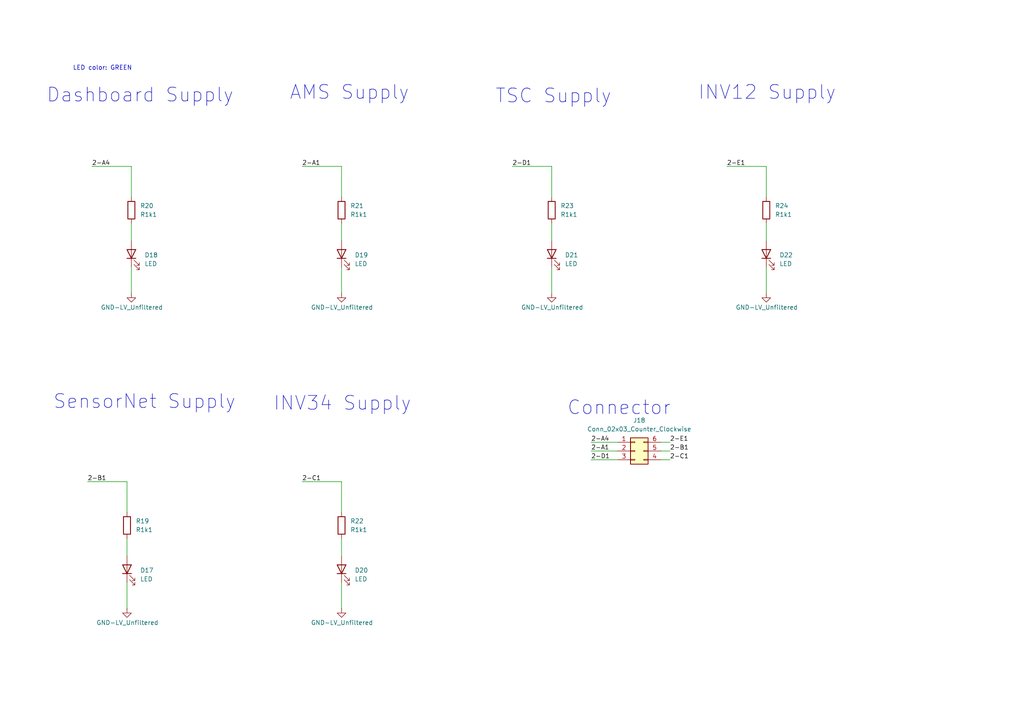
<source format=kicad_sch>
(kicad_sch (version 20231120) (generator "eeschema") (generator_version "8.0")
  (paper "A4")
  (lib_symbols
    (symbol "Connector_Generic:Conn_02x03_Counter_Clockwise" (pin_names (offset 1.016) hide)
      (property "Reference" "J" (at 1.27 5.08 0))
      (property "Value" "Conn_02x03_Counter_Clockwise" (at 1.27 -5.08 0))
      (symbol "Conn_02x03_Counter_Clockwise_1_1"
        (rectangle (start -1.27 -2.413) (end 0 -2.667) (stroke (width 0.1524)))
        (rectangle (start -1.27 0.127) (end 0 -0.127) (stroke (width 0.1524)))
        (rectangle (start -1.27 2.667) (end 0 2.413) (stroke (width 0.1524)))
        (rectangle (start -1.27 3.81) (end 3.81 -3.81) (stroke (width 0.254)) (fill (type background)))
        (rectangle (start 3.81 -2.413) (end 2.54 -2.667) (stroke (width 0.1524)))
        (rectangle (start 3.81 0.127) (end 2.54 -0.127) (stroke (width 0.1524)))
        (rectangle (start 3.81 2.667) (end 2.54 2.413) (stroke (width 0.1524)))
        (pin passive line (at -5.08 2.54 0) (length 3.81) (name "Pin_1") (number "1"))
        (pin passive line (at -5.08 0 0) (length 3.81) (name "Pin_2") (number "2"))
        (pin passive line (at -5.08 -2.54 0) (length 3.81) (name "Pin_3") (number "3"))
        (pin passive line (at 7.62 -2.54 180) (length 3.81) (name "Pin_4") (number "4"))
        (pin passive line (at 7.62 0 180) (length 3.81) (name "Pin_5") (number "5"))
        (pin passive line (at 7.62 2.54 180) (length 3.81) (name "Pin_6") (number "6"))
      )
    )
    (symbol "Device:LED" (pin_numbers hide) (pin_names (offset 1.016) hide)
      (property "Reference" "D" (at 0 2.54 0))
      (property "Value" "LED" (at 0 -2.54 0))
      (symbol "LED_0_1"
        (polyline (pts (xy -1.27 -1.27) (xy -1.27 1.27)) (stroke (width 0.254)))
        (polyline (pts (xy -1.27 0) (xy 1.27 0)))
        (polyline (pts (xy 1.27 -1.27) (xy 1.27 1.27) (xy -1.27 0) (xy 1.27 -1.27)) (stroke (width 0.254)))
        (polyline (pts (xy -3.048 -0.762) (xy -4.572 -2.286) (xy -3.81 -2.286) (xy -4.572 -2.286) (xy -4.572 -1.524)))
        (polyline (pts (xy -1.778 -0.762) (xy -3.302 -2.286) (xy -2.54 -2.286) (xy -3.302 -2.286) (xy -3.302 -1.524)))
      )
      (symbol "LED_1_1"
        (pin passive line (at -3.81 0 0) (length 2.54) (name "K") (number "1"))
        (pin passive line (at 3.81 0 180) (length 2.54) (name "A") (number "2"))
      )
    )
    (symbol "Device:R" (pin_numbers hide) (pin_names (offset 0))
      (property "Reference" "R" (at 2.032 0 90))
      (property "Value" "R" (at 0 0 90))
      (symbol "R_0_1"
        (rectangle (start -1.016 -2.54) (end 1.016 2.54) (stroke (width 0.254)))
      )
      (symbol "R_1_1"
        (pin passive line (at 0 3.81 270) (length 1.27) (name "~") (number "1"))
        (pin passive line (at 0 -3.81 90) (length 1.27) (name "~") (number "2"))
      )
    )
    (symbol "power:GND" (power) (pin_numbers hide) (pin_names (offset 0) hide)
      (property "Value" "GND" (at 0 -3.81 0))
      (symbol "GND_0_1"
        (polyline (pts (xy 0 0) (xy 0 -1.27) (xy 1.27 -1.27) (xy 0 -2.54) (xy -1.27 -1.27) (xy 0 -1.27)))
      )
      (symbol "GND_1_1"
        (pin power_in line (at 0 0 270) (length 0) (name "~") (number "1"))
      )
    )
  )
  (wire (pts (xy 99.06 64.77) (xy 99.06 69.85)))
  (wire (pts (xy 222.25 48.26) (xy 222.25 57.15)))
  (wire (pts (xy 222.25 77.47) (xy 222.25 85.09)))
  (wire (pts (xy 36.83 168.91) (xy 36.83 176.53)))
  (wire (pts (xy 160.02 64.77) (xy 160.02 69.85)))
  (wire (pts (xy 222.25 64.77) (xy 222.25 69.85)))
  (wire (pts (xy 210.82 48.26) (xy 222.25 48.26)))
  (wire (pts (xy 148.59 48.26) (xy 160.02 48.26)))
  (wire (pts (xy 99.06 139.7) (xy 99.06 148.59)))
  (wire (pts (xy 99.06 48.26) (xy 99.06 57.15)))
  (wire (pts (xy 171.45 130.81) (xy 179.07 130.81)))
  (wire (pts (xy 36.83 156.21) (xy 36.83 161.29)))
  (wire (pts (xy 25.4 139.7) (xy 36.83 139.7)))
  (wire (pts (xy 36.83 139.7) (xy 36.83 148.59)))
  (wire (pts (xy 38.1 48.26) (xy 38.1 57.15)))
  (wire (pts (xy 38.1 64.77) (xy 38.1 69.85)))
  (wire (pts (xy 191.77 133.35) (xy 194.31 133.35)))
  (wire (pts (xy 99.06 77.47) (xy 99.06 85.09)))
  (wire (pts (xy 99.06 168.91) (xy 99.06 176.53)))
  (wire (pts (xy 87.63 139.7) (xy 99.06 139.7)))
  (wire (pts (xy 87.63 48.26) (xy 99.06 48.26)))
  (wire (pts (xy 171.45 128.27) (xy 179.07 128.27)))
  (wire (pts (xy 191.77 130.81) (xy 194.31 130.81)))
  (wire (pts (xy 171.45 133.35) (xy 179.07 133.35)))
  (wire (pts (xy 99.06 156.21) (xy 99.06 161.29)))
  (wire (pts (xy 160.02 77.47) (xy 160.02 85.09)))
  (wire (pts (xy 26.67 48.26) (xy 38.1 48.26)))
  (wire (pts (xy 38.1 77.47) (xy 38.1 85.09)))
  (wire (pts (xy 191.77 128.27) (xy 194.31 128.27)))
  (wire (pts (xy 160.02 48.26) (xy 160.02 57.15)))
  (text "Dashboard Supply" (at 40.64 27.686 0) (effects (font (size 4 4))))
  (text "LED color: GREEN" (at 29.718 19.812 0) (effects (font (size 1.27 1.27))))
  (text "INV34 Supply" (at 99.314 117.094 0) (effects (font (size 4 4))))
  (text "INV12 Supply" (at 222.504 26.924 0) (effects (font (size 4 4))))
  (text "TSC Supply" (at 160.528 27.94 0) (effects (font (size 4 4))))
  (text "Connector" (at 179.578 118.364 0) (effects (font (size 4 4))))
  (text "AMS Supply" (at 101.346 26.924 0) (effects (font (size 4 4))))
  (text "SensorNet Supply" (at 41.91 116.586 0) (effects (font (size 4 4))))
  (label "2-A4" (at 26.67 48.26 0))
  (label "2-B1" (at 25.4 139.7 0))
  (label "2-A1" (at 87.63 48.26 0))
  (label "2-E1" (at 210.82 48.26 0))
  (label "2-E1" (at 194.31 128.27 0))
  (label "2-C1" (at 194.31 133.35 0))
  (label "2-B1" (at 194.31 130.81 0))
  (label "2-D1" (at 171.45 133.35 0))
  (label "2-A1" (at 171.45 130.81 0))
  (label "2-C1" (at 87.63 139.7 0))
  (label "2-D1" (at 148.59 48.26 0))
  (label "2-A4" (at 171.45 128.27 0))
  (symbol (lib_id "Device:LED") (at 36.83 165.1 90) (unit 1)
    (property "Reference" "D17" (at 40.64 165.4174 90) (effects (justify right)))
    (property "Value" "LED" (at 40.64 167.9574 90) (effects (justify right)))
    (property "Footprint" "LED_SMD:LED_0805_2012Metric_Pad1.15x1.40mm_HandSolder" (effects (hide yes)))
    (property "Description" "Light emitting diode" (effects (hide yes)))
  )
  (symbol (lib_id "Device:R") (at 222.25 60.96 0) (unit 1)
    (property "Reference" "R24" (at 224.79 59.6899 0) (effects (justify left)))
    (property "Value" "R1k1" (at 224.79 62.2299 0) (effects (justify left)))
    (property "Footprint" "Resistor_SMD:R_1206_3216Metric_Pad1.30x1.75mm_HandSolder" (effects (hide yes)))
    (property "Description" "Resistor" (effects (hide yes)))
  )
  (symbol (lib_id "power:GND") (at 36.83 176.53 0) (unit 1)
    (property "Reference" "#PWR021" (effects (hide yes)))
    (property "Value" "GND-LV_Unfiltered" (at 27.94 180.594 0) (effects (justify left)))
    (property "Description" "Power symbol creates a global label with name \"GND\" , ground" (effects (hide yes)))
  )
  (symbol (lib_id "Device:LED") (at 99.06 73.66 90) (unit 1)
    (property "Reference" "D19" (at 102.87 73.9774 90) (effects (justify right)))
    (property "Value" "LED" (at 102.87 76.5174 90) (effects (justify right)))
    (property "Footprint" "LED_SMD:LED_0805_2012Metric_Pad1.15x1.40mm_HandSolder" (effects (hide yes)))
    (property "Description" "Light emitting diode" (effects (hide yes)))
  )
  (symbol (lib_id "power:GND") (at 99.06 85.09 0) (unit 1)
    (property "Reference" "#PWR023" (effects (hide yes)))
    (property "Value" "GND-LV_Unfiltered" (at 90.17 89.154 0) (effects (justify left)))
    (property "Description" "Power symbol creates a global label with name \"GND\" , ground" (effects (hide yes)))
  )
  (symbol (lib_id "Device:R") (at 160.02 60.96 0) (unit 1)
    (property "Reference" "R23" (at 162.56 59.6899 0) (effects (justify left)))
    (property "Value" "R1k1" (at 162.56 62.2299 0) (effects (justify left)))
    (property "Footprint" "Resistor_SMD:R_1206_3216Metric_Pad1.30x1.75mm_HandSolder" (effects (hide yes)))
    (property "Description" "Resistor" (effects (hide yes)))
  )
  (symbol (lib_id "Device:R") (at 36.83 152.4 0) (unit 1)
    (property "Reference" "R19" (at 39.37 151.1299 0) (effects (justify left)))
    (property "Value" "R1k1" (at 39.37 153.6699 0) (effects (justify left)))
    (property "Footprint" "Resistor_SMD:R_1206_3216Metric_Pad1.30x1.75mm_HandSolder" (effects (hide yes)))
    (property "Description" "Resistor" (effects (hide yes)))
  )
  (symbol (lib_id "Device:LED") (at 99.06 165.1 90) (unit 1)
    (property "Reference" "D20" (at 102.87 165.4174 90) (effects (justify right)))
    (property "Value" "LED" (at 102.87 167.9574 90) (effects (justify right)))
    (property "Footprint" "LED_SMD:LED_0805_2012Metric_Pad1.15x1.40mm_HandSolder" (effects (hide yes)))
    (property "Description" "Light emitting diode" (effects (hide yes)))
  )
  (symbol (lib_id "Connector_Generic:Conn_02x03_Counter_Clockwise") (at 184.15 130.81 0) (unit 1)
    (property "Reference" "J18" (at 185.42 121.92 0))
    (property "Value" "Conn_02x03_Counter_Clockwise" (at 185.42 124.46 0))
    (property "Footprint" "Connector_Molex:Molex_Mini-Fit_Jr_5566-06A_2x03_P4.20mm_Vertical" (effects (hide yes)))
    (property "Description" "Generic connector, double row, 02x03, counter clockwise pin numbering scheme (similar to DIP package numbering), script generated (kicad-library-utils/schlib/autogen/connector/)" (effects (hide yes)))
  )
  (symbol (lib_id "power:GND") (at 222.25 85.09 0) (unit 1)
    (property "Reference" "#PWR026" (effects (hide yes)))
    (property "Value" "GND-LV_Unfiltered" (at 213.36 89.154 0) (effects (justify left)))
    (property "Description" "Power symbol creates a global label with name \"GND\" , ground" (effects (hide yes)))
  )
  (symbol (lib_id "power:GND") (at 99.06 176.53 0) (unit 1)
    (property "Reference" "#PWR024" (effects (hide yes)))
    (property "Value" "GND-LV_Unfiltered" (at 90.17 180.594 0) (effects (justify left)))
    (property "Description" "Power symbol creates a global label with name \"GND\" , ground" (effects (hide yes)))
  )
  (symbol (lib_id "Device:LED") (at 38.1 73.66 90) (unit 1)
    (property "Reference" "D18" (at 41.91 73.9774 90) (effects (justify right)))
    (property "Value" "LED" (at 41.91 76.5174 90) (effects (justify right)))
    (property "Footprint" "LED_SMD:LED_0805_2012Metric_Pad1.15x1.40mm_HandSolder" (effects (hide yes)))
    (property "Description" "Light emitting diode" (effects (hide yes)))
  )
  (symbol (lib_id "power:GND") (at 38.1 85.09 0) (unit 1)
    (property "Reference" "#PWR022" (effects (hide yes)))
    (property "Value" "GND-LV_Unfiltered" (at 29.21 89.154 0) (effects (justify left)))
    (property "Description" "Power symbol creates a global label with name \"GND\" , ground" (effects (hide yes)))
  )
  (symbol (lib_id "Device:LED") (at 222.25 73.66 90) (unit 1)
    (property "Reference" "D22" (at 226.06 73.9774 90) (effects (justify right)))
    (property "Value" "LED" (at 226.06 76.5174 90) (effects (justify right)))
    (property "Footprint" "LED_SMD:LED_0805_2012Metric_Pad1.15x1.40mm_HandSolder" (effects (hide yes)))
    (property "Description" "Light emitting diode" (effects (hide yes)))
  )
  (symbol (lib_id "Device:R") (at 99.06 60.96 0) (unit 1)
    (property "Reference" "R21" (at 101.6 59.6899 0) (effects (justify left)))
    (property "Value" "R1k1" (at 101.6 62.2299 0) (effects (justify left)))
    (property "Footprint" "Resistor_SMD:R_1206_3216Metric_Pad1.30x1.75mm_HandSolder" (effects (hide yes)))
    (property "Description" "Resistor" (effects (hide yes)))
  )
  (symbol (lib_id "Device:R") (at 99.06 152.4 0) (unit 1)
    (property "Reference" "R22" (at 101.6 151.1299 0) (effects (justify left)))
    (property "Value" "R1k1" (at 101.6 153.6699 0) (effects (justify left)))
    (property "Footprint" "Resistor_SMD:R_1206_3216Metric_Pad1.30x1.75mm_HandSolder" (effects (hide yes)))
    (property "Description" "Resistor" (effects (hide yes)))
  )
  (symbol (lib_id "Device:LED") (at 160.02 73.66 90) (unit 1)
    (property "Reference" "D21" (at 163.83 73.9774 90) (effects (justify right)))
    (property "Value" "LED" (at 163.83 76.5174 90) (effects (justify right)))
    (property "Footprint" "LED_SMD:LED_0805_2012Metric_Pad1.15x1.40mm_HandSolder" (effects (hide yes)))
    (property "Description" "Light emitting diode" (effects (hide yes)))
  )
  (symbol (lib_id "Device:R") (at 38.1 60.96 0) (unit 1)
    (property "Reference" "R20" (at 40.64 59.6899 0) (effects (justify left)))
    (property "Value" "R1k1" (at 40.64 62.2299 0) (effects (justify left)))
    (property "Footprint" "Resistor_SMD:R_1206_3216Metric_Pad1.30x1.75mm_HandSolder" (effects (hide yes)))
    (property "Description" "Resistor" (effects (hide yes)))
  )
  (symbol (lib_id "power:GND") (at 160.02 85.09 0) (unit 1)
    (property "Reference" "#PWR025" (effects (hide yes)))
    (property "Value" "GND-LV_Unfiltered" (at 151.13 89.154 0) (effects (justify left)))
    (property "Description" "Power symbol creates a global label with name \"GND\" , ground" (effects (hide yes)))
  )
)
</source>
